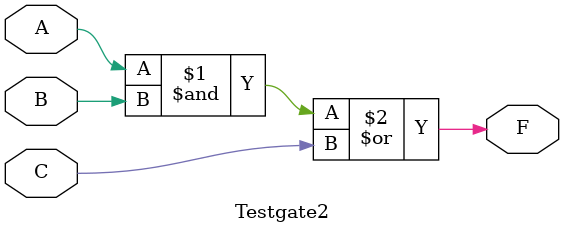
<source format=v>
/* Test2 회로 설계 */
module Testgate2(A, B,C, F);
  input A, B,C;
  output F;

  assign F=(A&B)|C;
endmodule

</source>
